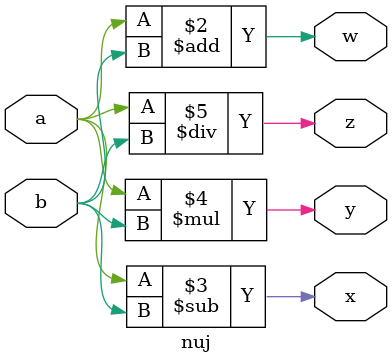
<source format=v>
module nuj ( input a,b, output reg w,x,y,z);
  always @ (a or b ) begin
    w=a+b;
    x=a-b;
    y=a*b;
    z=a/b;
  end
endmodule

</source>
